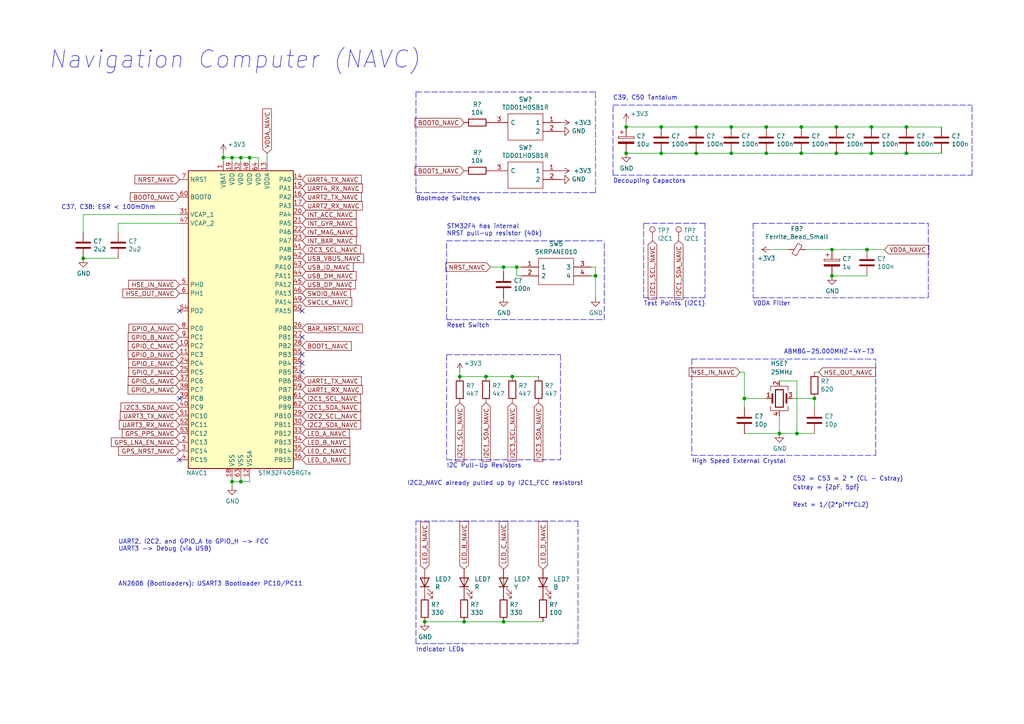
<source format=kicad_sch>
(kicad_sch (version 20231120) (generator "eeschema") (generator_version "8.0")
  (paper "A4")
  (title_block (title "Navigation Computer") (date "2019-10-27") (rev "0.1"))
  (lib_symbols
    (symbol "Connector:TestPoint" (pin_numbers hide) (pin_names (offset 0.762) hide)
      (property "Reference" "TP" (at 0 6.858 0))
      (property "Value" "TestPoint" (at 0 5.08 0))
      (symbol "TestPoint_0_1"
        (circle (center 0 3.302) (radius 0.762))
      )
      (symbol "TestPoint_1_1"
        (pin passive line (at 0 0 90) (length 2.54) (name "1") (number "1"))
      )
    )
    (symbol "Device:C" (pin_numbers hide) (pin_names (offset 0.254))
      (property "Reference" "C" (at 0.635 2.54 0))
      (property "Value" "C" (at 0.635 -2.54 0))
      (symbol "C_0_1"
        (polyline (pts (xy -2.032 -0.762) (xy 2.032 -0.762)) (stroke (width 0.508)))
        (polyline (pts (xy -2.032 0.762) (xy 2.032 0.762)) (stroke (width 0.508)))
      )
      (symbol "C_1_1"
        (pin passive line (at 0 3.81 270) (length 2.794) (name "~") (number "1"))
        (pin passive line (at 0 -3.81 90) (length 2.794) (name "~") (number "2"))
      )
    )
    (symbol "Device:Crystal_GND24" (pin_names (offset 1.016) hide)
      (property "Reference" "Y" (at 3.175 5.08 0))
      (property "Value" "Crystal_GND24" (at 3.175 3.175 0))
      (symbol "Crystal_GND24_0_1"
        (rectangle (start -1.143 2.54) (end 1.143 -2.54) (stroke (width 0.3048)))
        (polyline (pts (xy -2.54 0) (xy -2.032 0)))
        (polyline (pts (xy -2.032 -1.27) (xy -2.032 1.27)) (stroke (width 0.508)))
        (polyline (pts (xy 0 -3.81) (xy 0 -3.556)))
        (polyline (pts (xy 0 3.556) (xy 0 3.81)))
        (polyline (pts (xy 2.032 -1.27) (xy 2.032 1.27)) (stroke (width 0.508)))
        (polyline (pts (xy 2.032 0) (xy 2.54 0)))
        (polyline (pts (xy -2.54 -2.286) (xy -2.54 -3.556) (xy 2.54 -3.556) (xy 2.54 -2.286)))
        (polyline (pts (xy -2.54 2.286) (xy -2.54 3.556) (xy 2.54 3.556) (xy 2.54 2.286)))
      )
      (symbol "Crystal_GND24_1_1"
        (pin passive line (at -3.81 0 0) (length 1.27) (name "1") (number "1"))
        (pin passive line (at 0 5.08 270) (length 1.27) (name "2") (number "2"))
        (pin passive line (at 3.81 0 180) (length 1.27) (name "3") (number "3"))
        (pin passive line (at 0 -5.08 90) (length 1.27) (name "4") (number "4"))
      )
    )
    (symbol "Device:LED" (pin_numbers hide) (pin_names (offset 1.016) hide)
      (property "Reference" "D" (at 0 2.54 0))
      (property "Value" "LED" (at 0 -2.54 0))
      (symbol "LED_0_1"
        (polyline (pts (xy -1.27 -1.27) (xy -1.27 1.27)) (stroke (width 0.254)))
        (polyline (pts (xy -1.27 0) (xy 1.27 0)))
        (polyline (pts (xy 1.27 -1.27) (xy 1.27 1.27) (xy -1.27 0) (xy 1.27 -1.27)) (stroke (width 0.254)))
        (polyline (pts (xy -3.048 -0.762) (xy -4.572 -2.286) (xy -3.81 -2.286) (xy -4.572 -2.286) (xy -4.572 -1.524)))
        (polyline (pts (xy -1.778 -0.762) (xy -3.302 -2.286) (xy -2.54 -2.286) (xy -3.302 -2.286) (xy -3.302 -1.524)))
      )
      (symbol "LED_1_1"
        (pin passive line (at -3.81 0 0) (length 2.54) (name "K") (number "1"))
        (pin passive line (at 3.81 0 180) (length 2.54) (name "A") (number "2"))
      )
    )
    (symbol "Device:R" (pin_numbers hide) (pin_names (offset 0))
      (property "Reference" "R" (at 2.032 0 90))
      (property "Value" "R" (at 0 0 90))
      (symbol "R_0_1"
        (rectangle (start -1.016 -2.54) (end 1.016 2.54) (stroke (width 0.254)))
      )
      (symbol "R_1_1"
        (pin passive line (at 0 3.81 270) (length 1.27) (name "~") (number "1"))
        (pin passive line (at 0 -3.81 90) (length 1.27) (name "~") (number "2"))
      )
    )
    (symbol "Hades-rescue:+3V3-power" (power) (pin_names (offset 0))
      (property "Value" "power:+3V3" (at 0 3.556 0))
      (symbol "+3V3-power_0_1"
        (polyline (pts (xy -0.762 1.27) (xy 0 2.54)))
        (polyline (pts (xy 0 0) (xy 0 2.54)))
        (polyline (pts (xy 0 2.54) (xy 0.762 1.27)))
      )
      (symbol "+3V3-power_1_1"
        (pin power_in line (at 0 0 90) (length 0) hide (name "+3V3") (number "1"))
      )
    )
    (symbol "Hades-rescue:CP-Device" (pin_numbers hide) (pin_names (offset 0.254))
      (property "Reference" "C" (at 0.635 2.54 0))
      (property "Value" "Device:CP" (at 0.635 -2.54 0))
      (symbol "CP-Device_0_1"
        (rectangle (start -2.286 0.508) (end -2.286 1.016))
        (rectangle (start -2.286 0.508) (end 2.286 0.508))
        (polyline (pts (xy -1.778 2.286) (xy -0.762 2.286)))
        (polyline (pts (xy -1.27 2.794) (xy -1.27 1.778)))
        (rectangle (start 2.286 -0.508) (end -2.286 -1.016) (fill (type outline)))
        (rectangle (start 2.286 1.016) (end -2.286 1.016))
        (rectangle (start 2.286 1.016) (end 2.286 0.508))
      )
      (symbol "CP-Device_1_1"
        (pin passive line (at 0 3.81 270) (length 2.794) (name "~") (number "1"))
        (pin passive line (at 0 -3.81 90) (length 2.794) (name "~") (number "2"))
      )
    )
    (symbol "Hades-rescue:Ferrite_Bead_Small-Device" (pin_numbers hide) (pin_names (offset 0))
      (property "Reference" "L" (at 1.905 1.27 0))
      (property "Value" "Device:Ferrite_Bead_Small" (at 1.905 -1.27 0))
      (symbol "Ferrite_Bead_Small-Device_0_1"
        (polyline (pts (xy 0 -1.27) (xy 0 -0.7874)))
        (polyline (pts (xy 0 0.889) (xy 0 1.2954)))
        (polyline (pts (xy -1.8288 0.2794) (xy -1.1176 1.4986) (xy 1.8288 -0.2032) (xy 1.1176 -1.4224) (xy -1.8288 0.2794)))
      )
      (symbol "Ferrite_Bead_Small-Device_1_1"
        (pin passive line (at 0 2.54 270) (length 1.27) (name "~") (number "1"))
        (pin passive line (at 0 -2.54 90) (length 1.27) (name "~") (number "2"))
      )
    )
    (symbol "Hades-rescue:GND-power" (power) (pin_names (offset 0))
      (property "Value" "power:GND" (at 0 -3.81 0))
      (symbol "GND-power_0_1"
        (polyline (pts (xy 0 0) (xy 0 -1.27) (xy 1.27 -1.27) (xy 0 -2.54) (xy -1.27 -1.27) (xy 0 -1.27)))
      )
      (symbol "GND-power_1_1"
        (pin power_in line (at 0 0 270) (length 0) hide (name "GND") (number "1"))
      )
    )
    (symbol "Hades-rescue:STM32F405RGTx-MCU_ST_STM32F4"
      (property "Reference" "U" (at -15.24 44.45 0))
      (property "Value" "MCU_ST_STM32F4:STM32F405RGTx" (at 10.16 44.45 0))
      (symbol "STM32F405RGTx-MCU_ST_STM32F4_0_1"
        (rectangle (start -15.24 -43.18) (end 15.24 43.18) (stroke (width 0.254)) (fill (type background)))
      )
      (symbol "STM32F405RGTx-MCU_ST_STM32F4_1_1"
        (pin power_in line (at -5.08 45.72 270) (length 2.54) (name "VBAT") (number "1"))
        (pin bidirectional line (at -17.78 -7.62 0) (length 2.54) (name "PC2") (number "10"))
        (pin bidirectional line (at -17.78 -10.16 0) (length 2.54) (name "PC3") (number "11"))
        (pin power_in line (at 2.54 -45.72 90) (length 2.54) (name "VSSA") (number "12"))
        (pin power_in line (at 7.62 45.72 270) (length 2.54) (name "VDDA") (number "13"))
        (pin bidirectional line (at 17.78 40.64 180) (length 2.54) (name "PA0") (number "14"))
        (pin bidirectional line (at 17.78 38.1 180) (length 2.54) (name "PA1") (number "15"))
        (pin bidirectional line (at 17.78 35.56 180) (length 2.54) (name "PA2") (number "16"))
        (pin bidirectional line (at 17.78 33.02 180) (length 2.54) (name "PA3") (number "17"))
        (pin power_in line (at -2.54 -45.72 90) (length 2.54) (name "VSS") (number "18"))
        (pin power_in line (at -2.54 45.72 270) (length 2.54) (name "VDD") (number "19"))
        (pin bidirectional line (at -17.78 -35.56 0) (length 2.54) (name "PC13") (number "2"))
        (pin bidirectional line (at 17.78 30.48 180) (length 2.54) (name "PA4") (number "20"))
        (pin bidirectional line (at 17.78 27.94 180) (length 2.54) (name "PA5") (number "21"))
        (pin bidirectional line (at 17.78 25.4 180) (length 2.54) (name "PA6") (number "22"))
        (pin bidirectional line (at 17.78 22.86 180) (length 2.54) (name "PA7") (number "23"))
        (pin bidirectional line (at -17.78 -12.7 0) (length 2.54) (name "PC4") (number "24"))
        (pin bidirectional line (at -17.78 -15.24 0) (length 2.54) (name "PC5") (number "25"))
        (pin bidirectional line (at 17.78 -2.54 180) (length 2.54) (name "PB0") (number "26"))
        (pin bidirectional line (at 17.78 -5.08 180) (length 2.54) (name "PB1") (number "27"))
        (pin bidirectional line (at 17.78 -7.62 180) (length 2.54) (name "PB2") (number "28"))
        (pin bidirectional line (at 17.78 -27.94 180) (length 2.54) (name "PB10") (number "29"))
        (pin bidirectional line (at -17.78 -38.1 0) (length 2.54) (name "PC14") (number "3"))
        (pin bidirectional line (at 17.78 -30.48 180) (length 2.54) (name "PB11") (number "30"))
        (pin power_in line (at -17.78 30.48 0) (length 2.54) (name "VCAP_1") (number "31"))
        (pin power_in line (at 0 45.72 270) (length 2.54) (name "VDD") (number "32"))
        (pin bidirectional line (at 17.78 -33.02 180) (length 2.54) (name "PB12") (number "33"))
        (pin bidirectional line (at 17.78 -35.56 180) (length 2.54) (name "PB13") (number "34"))
        (pin bidirectional line (at 17.78 -38.1 180) (length 2.54) (name "PB14") (number "35"))
        (pin bidirectional line (at 17.78 -40.64 180) (length 2.54) (name "PB15") (number "36"))
        (pin bidirectional line (at -17.78 -17.78 0) (length 2.54) (name "PC6") (number "37"))
        (pin bidirectional line (at -17.78 -20.32 0) (length 2.54) (name "PC7") (number "38"))
        (pin bidirectional line (at -17.78 -22.86 0) (length 2.54) (name "PC8") (number "39"))
        (pin bidirectional line (at -17.78 -40.64 0) (length 2.54) (name "PC15") (number "4"))
        (pin bidirectional line (at -17.78 -25.4 0) (length 2.54) (name "PC9") (number "40"))
        (pin bidirectional line (at 17.78 20.32 180) (length 2.54) (name "PA8") (number "41"))
        (pin bidirectional line (at 17.78 17.78 180) (length 2.54) (name "PA9") (number "42"))
        (pin bidirectional line (at 17.78 15.24 180) (length 2.54) (name "PA10") (number "43"))
        (pin bidirectional line (at 17.78 12.7 180) (length 2.54) (name "PA11") (number "44"))
        (pin bidirectional line (at 17.78 10.16 180) (length 2.54) (name "PA12") (number "45"))
        (pin bidirectional line (at 17.78 7.62 180) (length 2.54) (name "PA13") (number "46"))
        (pin power_in line (at -17.78 27.94 0) (length 2.54) (name "VCAP_2") (number "47"))
        (pin power_in line (at 2.54 45.72 270) (length 2.54) (name "VDD") (number "48"))
        (pin bidirectional line (at 17.78 5.08 180) (length 2.54) (name "PA14") (number "49"))
        (pin input line (at -17.78 10.16 0) (length 2.54) (name "PH0") (number "5"))
        (pin bidirectional line (at 17.78 2.54 180) (length 2.54) (name "PA15") (number "50"))
        (pin bidirectional line (at -17.78 -27.94 0) (length 2.54) (name "PC10") (number "51"))
        (pin bidirectional line (at -17.78 -30.48 0) (length 2.54) (name "PC11") (number "52"))
        (pin bidirectional line (at -17.78 -33.02 0) (length 2.54) (name "PC12") (number "53"))
        (pin bidirectional line (at -17.78 2.54 0) (length 2.54) (name "PD2") (number "54"))
        (pin bidirectional line (at 17.78 -10.16 180) (length 2.54) (name "PB3") (number "55"))
        (pin bidirectional line (at 17.78 -12.7 180) (length 2.54) (name "PB4") (number "56"))
        (pin bidirectional line (at 17.78 -15.24 180) (length 2.54) (name "PB5") (number "57"))
        (pin bidirectional line (at 17.78 -17.78 180) (length 2.54) (name "PB6") (number "58"))
        (pin bidirectional line (at 17.78 -20.32 180) (length 2.54) (name "PB7") (number "59"))
        (pin input line (at -17.78 7.62 0) (length 2.54) (name "PH1") (number "6"))
        (pin input line (at -17.78 35.56 0) (length 2.54) (name "BOOT0") (number "60"))
        (pin bidirectional line (at 17.78 -22.86 180) (length 2.54) (name "PB8") (number "61"))
        (pin bidirectional line (at 17.78 -25.4 180) (length 2.54) (name "PB9") (number "62"))
        (pin power_in line (at 0 -45.72 90) (length 2.54) (name "VSS") (number "63"))
        (pin power_in line (at 5.08 45.72 270) (length 2.54) (name "VDD") (number "64"))
        (pin input line (at -17.78 40.64 0) (length 2.54) (name "NRST") (number "7"))
        (pin bidirectional line (at -17.78 -2.54 0) (length 2.54) (name "PC0") (number "8"))
        (pin bidirectional line (at -17.78 -5.08 0) (length 2.54) (name "PC1") (number "9"))
      )
    )
    (symbol "SKRPANE010:SKRPANE010" (pin_names (offset 0.762))
      (property "Reference" "S" (at 16.51 7.62 0))
      (property "Value" "SKRPANE010" (at 16.51 5.08 0))
      (symbol "SKRPANE010_0_0"
        (pin unspecified line (at 0 0 0) (length 5.08) (name "1") (number "1"))
        (pin unspecified line (at 0 -2.54 0) (length 5.08) (name "2") (number "2"))
        (pin unspecified line (at 20.32 0 180) (length 5.08) (name "3") (number "3"))
        (pin unspecified line (at 20.32 -2.54 180) (length 5.08) (name "4") (number "4"))
      )
      (symbol "SKRPANE010_0_1"
        (polyline (pts (xy 5.08 2.54) (xy 15.24 2.54) (xy 15.24 -5.08) (xy 5.08 -5.08) (xy 5.08 2.54)) (stroke (width 0.1524)))
      )
    )
    (symbol "TDD01H0SB1R:TDD01H0SB1R" (pin_names (offset 0.762))
      (property "Reference" "S" (at 16.51 7.62 0))
      (property "Value" "TDD01H0SB1R" (at 16.51 5.08 0))
      (symbol "TDD01H0SB1R_0_0"
        (pin unspecified line (at 0 0 0) (length 5.08) (name "1") (number "1"))
        (pin unspecified line (at 0 -2.54 0) (length 5.08) (name "2") (number "2"))
        (pin unspecified line (at 20.32 0 180) (length 5.08) (name "C") (number "3"))
      )
      (symbol "TDD01H0SB1R_0_1"
        (polyline (pts (xy 5.08 2.54) (xy 15.24 2.54) (xy 15.24 -5.08) (xy 5.08 -5.08) (xy 5.08 2.54)) (stroke (width 0.1524)))
      )
    )
  )
  (junction (at 140.97 109.22))
  (junction (at 252.73 44.45))
  (junction (at 232.41 44.45))
  (junction (at 241.3 72.39))
  (junction (at 236.22 115.57))
  (junction (at 181.61 44.45))
  (junction (at 222.25 44.45))
  (junction (at 64.77 45.72))
  (junction (at 191.77 44.45))
  (junction (at 67.31 45.72))
  (junction (at 123.19 180.34))
  (junction (at 146.05 77.47))
  (junction (at 148.59 109.22))
  (junction (at 212.09 36.83))
  (junction (at 242.57 44.45))
  (junction (at 172.72 80.01))
  (junction (at 146.05 180.34))
  (junction (at 69.85 45.72))
  (junction (at 232.41 36.83))
  (junction (at 134.62 180.34))
  (junction (at 231.14 125.73))
  (junction (at 262.89 44.45))
  (junction (at 201.93 36.83))
  (junction (at 181.61 36.83))
  (junction (at 212.09 44.45))
  (junction (at 149.86 77.47))
  (junction (at 67.31 139.7))
  (junction (at 72.39 45.72))
  (junction (at 222.25 36.83))
  (junction (at 262.89 36.83))
  (junction (at 241.3 80.01))
  (junction (at 69.85 139.7))
  (junction (at 215.9 115.57))
  (junction (at 226.06 125.73))
  (junction (at 251.46 72.39))
  (junction (at 252.73 36.83))
  (junction (at 24.13 74.93))
  (junction (at 191.77 36.83))
  (junction (at 242.57 36.83))
  (junction (at 133.35 109.22))
  (junction (at 201.93 44.45))
  (no_connect (at 52.07 115.57))
  (no_connect (at 87.63 97.79))
  (no_connect (at 52.07 90.17))
  (no_connect (at 87.63 102.87))
  (no_connect (at 87.63 90.17))
  (no_connect (at 87.63 105.41))
  (no_connect (at 52.07 133.35))
  (no_connect (at 87.63 107.95))
  (wire (pts (xy 222.25 44.45) (xy 212.09 44.45)))
  (wire (pts (xy 231.14 125.73) (xy 226.06 125.73)))
  (polyline (pts (xy 120.65 26.67) (xy 172.72 26.67)) (stroke (width 0) (type dash)))
  (wire (pts (xy 123.19 180.34) (xy 134.62 180.34)))
  (polyline (pts (xy 218.44 64.77) (xy 218.44 86.36)) (stroke (width 0) (type dash)))
  (polyline (pts (xy 129.54 102.87) (xy 129.54 133.35)) (stroke (width 0) (type dash)))
  (wire (pts (xy 236.22 118.11) (xy 236.22 115.57)))
  (wire (pts (xy 215.9 115.57) (xy 222.25 115.57)))
  (polyline (pts (xy 218.44 64.77) (xy 269.24 64.77)) (stroke (width 0) (type dash)))
  (polyline (pts (xy 120.65 26.67) (xy 120.65 55.88)) (stroke (width 0) (type dash)))
  (wire (pts (xy 256.54 72.39) (xy 251.46 72.39)))
  (wire (pts (xy 151.13 80.01) (xy 149.86 80.01)))
  (polyline (pts (xy 172.72 55.88) (xy 172.72 26.67)) (stroke (width 0) (type dash)))
  (polyline (pts (xy 167.64 186.69) (xy 120.65 186.69)) (stroke (width 0) (type dash)))
  (wire (pts (xy 72.39 138.43) (xy 72.39 139.7)))
  (wire (pts (xy 191.77 36.83) (xy 201.93 36.83)))
  (polyline (pts (xy 175.26 92.71) (xy 175.26 69.85)) (stroke (width 0) (type dash)))
  (wire (pts (xy 69.85 45.72) (xy 67.31 45.72)))
  (wire (pts (xy 223.52 72.39) (xy 228.6 72.39)))
  (wire (pts (xy 149.86 80.01) (xy 149.86 77.47)))
  (polyline (pts (xy 120.65 151.13) (xy 167.64 151.13)) (stroke (width 0) (type dash)))
  (wire (pts (xy 233.68 72.39) (xy 241.3 72.39)))
  (wire (pts (xy 171.45 77.47) (xy 172.72 77.47)))
  (polyline (pts (xy 186.69 86.36) (xy 204.47 86.36)) (stroke (width 0) (type dash)))
  (wire (pts (xy 64.77 45.72) (xy 67.31 45.72)))
  (polyline (pts (xy 204.47 64.77) (xy 186.69 64.77)) (stroke (width 0) (type dash)))
  (wire (pts (xy 72.39 46.99) (xy 72.39 45.72)))
  (polyline (pts (xy 254 132.08) (xy 254 104.14)) (stroke (width 0) (type dash)))
  (wire (pts (xy 181.61 36.83) (xy 191.77 36.83)))
  (wire (pts (xy 201.93 36.83) (xy 212.09 36.83)))
  (wire (pts (xy 64.77 44.45) (xy 64.77 45.72)))
  (polyline (pts (xy 120.65 55.88) (xy 172.72 55.88)) (stroke (width 0) (type dash)))
  (wire (pts (xy 201.93 44.45) (xy 191.77 44.45)))
  (polyline (pts (xy 177.8 30.48) (xy 281.94 30.48)) (stroke (width 0) (type dash)))
  (wire (pts (xy 226.06 120.65) (xy 226.06 125.73)))
  (wire (pts (xy 140.97 109.22) (xy 133.35 109.22)))
  (wire (pts (xy 232.41 44.45) (xy 222.25 44.45)))
  (wire (pts (xy 148.59 109.22) (xy 140.97 109.22)))
  (polyline (pts (xy 120.65 186.69) (xy 120.65 151.13)) (stroke (width 0) (type dash)))
  (wire (pts (xy 251.46 80.01) (xy 241.3 80.01)))
  (wire (pts (xy 24.13 62.23) (xy 24.13 67.31)))
  (wire (pts (xy 242.57 36.83) (xy 232.41 36.83)))
  (wire (pts (xy 34.29 64.77) (xy 52.07 64.77)))
  (polyline (pts (xy 129.54 69.85) (xy 175.26 69.85)) (stroke (width 0) (type dash)))
  (wire (pts (xy 212.09 44.45) (xy 201.93 44.45)))
  (wire (pts (xy 262.89 44.45) (xy 252.73 44.45)))
  (polyline (pts (xy 177.8 50.8) (xy 177.8 30.48)) (stroke (width 0) (type dash)))
  (wire (pts (xy 69.85 138.43) (xy 69.85 139.7)))
  (wire (pts (xy 149.86 77.47) (xy 151.13 77.47)))
  (wire (pts (xy 67.31 139.7) (xy 67.31 138.43)))
  (wire (pts (xy 142.24 77.47) (xy 146.05 77.47)))
  (wire (pts (xy 215.9 107.95) (xy 215.9 115.57)))
  (wire (pts (xy 77.47 44.45) (xy 77.47 46.99)))
  (wire (pts (xy 69.85 46.99) (xy 69.85 45.72)))
  (wire (pts (xy 273.05 36.83) (xy 262.89 36.83)))
  (polyline (pts (xy 167.64 151.13) (xy 167.64 186.69)) (stroke (width 0) (type dash)))
  (polyline (pts (xy 129.54 92.71) (xy 175.26 92.71)) (stroke (width 0) (type dash)))
  (wire (pts (xy 34.29 64.77) (xy 34.29 67.31)))
  (wire (pts (xy 251.46 72.39) (xy 241.3 72.39)))
  (wire (pts (xy 273.05 44.45) (xy 262.89 44.45)))
  (polyline (pts (xy 129.54 102.87) (xy 162.56 102.87)) (stroke (width 0) (type dash)))
  (wire (pts (xy 171.45 80.01) (xy 172.72 80.01)))
  (wire (pts (xy 236.22 125.73) (xy 231.14 125.73)))
  (wire (pts (xy 146.05 78.74) (xy 146.05 77.47)))
  (wire (pts (xy 34.29 74.93) (xy 24.13 74.93)))
  (wire (pts (xy 252.73 36.83) (xy 242.57 36.83)))
  (wire (pts (xy 134.62 180.34) (xy 146.05 180.34)))
  (wire (pts (xy 74.93 46.99) (xy 74.93 45.72)))
  (wire (pts (xy 156.21 109.22) (xy 148.59 109.22)))
  (polyline (pts (xy 177.8 50.8) (xy 281.94 50.8)) (stroke (width 0) (type dash)))
  (polyline (pts (xy 200.66 104.14) (xy 200.66 132.08)) (stroke (width 0) (type dash)))
  (wire (pts (xy 181.61 35.56) (xy 181.61 36.83)))
  (wire (pts (xy 262.89 36.83) (xy 252.73 36.83)))
  (wire (pts (xy 191.77 44.45) (xy 181.61 44.45)))
  (wire (pts (xy 237.49 107.95) (xy 236.22 107.95)))
  (polyline (pts (xy 218.44 86.36) (xy 269.24 86.36)) (stroke (width 0) (type dash)))
  (wire (pts (xy 74.93 45.72) (xy 72.39 45.72)))
  (wire (pts (xy 236.22 115.57) (xy 229.87 115.57)))
  (wire (pts (xy 226.06 110.49) (xy 231.14 110.49)))
  (wire (pts (xy 72.39 139.7) (xy 69.85 139.7)))
  (wire (pts (xy 67.31 45.72) (xy 67.31 46.99)))
  (polyline (pts (xy 186.69 64.77) (xy 186.69 86.36)) (stroke (width 0) (type dash)))
  (wire (pts (xy 64.77 45.72) (xy 64.77 46.99)))
  (polyline (pts (xy 129.54 133.35) (xy 162.56 133.35)) (stroke (width 0) (type dash)))
  (wire (pts (xy 172.72 80.01) (xy 172.72 86.36)))
  (polyline (pts (xy 204.47 64.77) (xy 204.47 86.36)) (stroke (width 0) (type dash)))
  (wire (pts (xy 69.85 139.7) (xy 67.31 139.7)))
  (polyline (pts (xy 162.56 102.87) (xy 162.56 133.35)) (stroke (width 0) (type dash)))
  (polyline (pts (xy 269.24 86.36) (xy 269.24 64.77)) (stroke (width 0) (type dash)))
  (wire (pts (xy 231.14 110.49) (xy 231.14 125.73)))
  (polyline (pts (xy 200.66 104.14) (xy 254 104.14)) (stroke (width 0) (type dash)))
  (wire (pts (xy 242.57 44.45) (xy 232.41 44.45)))
  (wire (pts (xy 222.25 36.83) (xy 232.41 36.83)))
  (wire (pts (xy 215.9 118.11) (xy 215.9 115.57)))
  (wire (pts (xy 72.39 45.72) (xy 69.85 45.72)))
  (polyline (pts (xy 200.66 132.08) (xy 254 132.08)) (stroke (width 0) (type dash)))
  (wire (pts (xy 133.35 107.95) (xy 133.35 109.22)))
  (wire (pts (xy 212.09 36.83) (xy 222.25 36.83)))
  (polyline (pts (xy 129.54 92.71) (xy 129.54 69.85)) (stroke (width 0) (type dash)))
  (wire (pts (xy 252.73 44.45) (xy 242.57 44.45)))
  (wire (pts (xy 146.05 180.34) (xy 157.48 180.34)))
  (wire (pts (xy 24.13 62.23) (xy 52.07 62.23)))
  (wire (pts (xy 215.9 107.95) (xy 214.63 107.95)))
  (polyline (pts (xy 281.94 50.8) (xy 281.94 30.48)) (stroke (width 0) (type dash)))
  (wire (pts (xy 67.31 140.97) (xy 67.31 139.7)))
  (wire (pts (xy 215.9 125.73) (xy 226.06 125.73)))
  (wire (pts (xy 172.72 77.47) (xy 172.72 80.01)))
  (wire (pts (xy 146.05 77.47) (xy 149.86 77.47)))
  (text "C39, C50 Tantalum" (at 177.8 29.21 0) (effects (font (size 1.27 1.27)) (justify left bottom)))
  (text "Decoupling Capactors" (at 177.8 53.34 0) (effects (font (size 1.27 1.27)) (justify left bottom)))
  (text "I2C2_NAVC already pulled up by I2C1_FCC resistors!" (at 118.11 140.97 0) (effects (font (size 1.27 1.27)) (justify left bottom)))
  (text "Bootmode Switches" (at 120.65 58.42 0) (effects (font (size 1.27 1.27)) (justify left bottom)))
  (text "Reset Switch" (at 129.54 95.25 0) (effects (font (size 1.27 1.27)) (justify left bottom)))
  (text "Test Points (I2C1)" (at 186.69 88.9 0) (effects (font (size 1.27 1.27)) (justify left bottom)))
  (text "VDDA Filter" (at 218.44 88.9 0) (effects (font (size 1.27 1.27)) (justify left bottom)))
  (text "I2C Pull-Up Resistors" (at 129.54 135.89 0) (effects (font (size 1.27 1.27)) (justify left bottom)))
  (text "AN2606 (Bootloaders): USART3 Bootloader PC10/PC11" (at 34.29 170.18 0) (effects (font (size 1.27 1.27)) (justify left bottom)))
  (text "C37, C38: ESR < 100mOhm" (at 17.78 60.96 0) (effects (font (size 1.27 1.27)) (justify left bottom)))
  (text "Cstray = {2pF, 5pf}" (at 229.87 142.24 0) (effects (font (size 1.27 1.27)) (justify left bottom)))
  (text "UART2, I2C2, and GPIO_A to GPIO_H -> FCC\nUART3 -> Debug (via USB)\n" (at 34.29 160.02 0) (effects (font (size 1.27 1.27)) (justify left bottom)))
  (text "ABM8G-25.000MHZ-4Y-T3" (at 227.33 102.87 0) (effects (font (size 1.27 1.27)) (justify left bottom)))
  (text "High Speed External Crystal" (at 200.66 134.62 0) (effects (font (size 1.27 1.27)) (justify left bottom)))
  (text "Navigation Computer (NAVC)" (at 13.97 20.32 0) (effects (font (size 5.0038 5.0038) (italic yes)) (justify left bottom)))
  (text "Rext = 1/(2*pi*f*CL2)" (at 229.87 147.32 0) (effects (font (size 1.27 1.27)) (justify left bottom)))
  (text "C52 = C53 = 2 * (CL - Cstray)" (at 229.87 139.7 0) (effects (font (size 1.27 1.27)) (justify left bottom)))
  (text "Indicator LEDs" (at 120.65 189.23 0) (effects (font (size 1.27 1.27)) (justify left bottom)))
  (text "STM32F4 has internal\nNRST pull-up resistor (40k)" (at 129.54 68.58 0) (effects (font (size 1.27 1.27)) (justify left bottom)))
  (global_label "LED_B_NAVC" (shape input) (at 87.63 128.27 0) (property "Intersheetrefs" "${INTERSHEET_REFS}" (effects (hide yes))))
  (global_label "VDDA_NAVC" (shape input) (at 256.54 72.39 0) (property "Intersheetrefs" "${INTERSHEET_REFS}" (effects (hide yes))))
  (global_label "UART2_RX_NAVC" (shape input) (at 87.63 59.69 0) (property "Intersheetrefs" "${INTERSHEET_REFS}" (effects (hide yes))))
  (global_label "UART3_TX_NAVC" (shape input) (at 52.07 120.65 180) (property "Intersheetrefs" "${INTERSHEET_REFS}" (effects (hide yes))))
  (global_label "GPS_LNA_EN_NAVC" (shape input) (at 52.07 128.27 180) (property "Intersheetrefs" "${INTERSHEET_REFS}" (effects (hide yes))))
  (global_label "GPIO_D_NAVC" (shape input) (at 52.07 102.87 180) (property "Intersheetrefs" "${INTERSHEET_REFS}" (effects (hide yes))))
  (global_label "GPIO_H_NAVC" (shape input) (at 52.07 113.03 180) (property "Intersheetrefs" "${INTERSHEET_REFS}" (effects (hide yes))))
  (global_label "UART2_TX_NAVC" (shape input) (at 87.63 57.15 0) (property "Intersheetrefs" "${INTERSHEET_REFS}" (effects (hide yes))))
  (global_label "LED_C_NAVC" (shape input) (at 87.63 130.81 0) (property "Intersheetrefs" "${INTERSHEET_REFS}" (effects (hide yes))))
  (global_label "I2C1_SCL_NAVC" (shape input) (at 87.63 115.57 0) (property "Intersheetrefs" "${INTERSHEET_REFS}" (effects (hide yes))))
  (global_label "BAR_NRST_NAVC" (shape input) (at 87.63 95.25 0) (property "Intersheetrefs" "${INTERSHEET_REFS}" (effects (hide yes))))
  (global_label "UART3_RX_NAVC" (shape input) (at 52.07 123.19 180) (property "Intersheetrefs" "${INTERSHEET_REFS}" (effects (hide yes))))
  (global_label "SWDIO_NAVC" (shape input) (at 87.63 85.09 0) (property "Intersheetrefs" "${INTERSHEET_REFS}" (effects (hide yes))))
  (global_label "I2C3_SCL_NAVC" (shape input) (at 87.63 72.39 0) (property "Intersheetrefs" "${INTERSHEET_REFS}" (effects (hide yes))))
  (global_label "GPIO_F_NAVC" (shape input) (at 52.07 107.95 180) (property "Intersheetrefs" "${INTERSHEET_REFS}" (effects (hide yes))))
  (global_label "LED_C_NAVC" (shape input) (at 146.05 165.1 90) (property "Intersheetrefs" "${INTERSHEET_REFS}" (effects (hide yes))))
  (global_label "UART4_TX_NAVC" (shape input) (at 87.63 52.07 0) (property "Intersheetrefs" "${INTERSHEET_REFS}" (effects (hide yes))))
  (global_label "VDDA_NAVC" (shape input) (at 77.47 44.45 90) (property "Intersheetrefs" "${INTERSHEET_REFS}" (effects (hide yes))))
  (global_label "INT_BAR_NAVC" (shape input) (at 87.63 69.85 0) (property "Intersheetrefs" "${INTERSHEET_REFS}" (effects (hide yes))))
  (global_label "BOOT1_NAVC" (shape input) (at 87.63 100.33 0) (property "Intersheetrefs" "${INTERSHEET_REFS}" (effects (hide yes))))
  (global_label "NRST_NAVC" (shape input) (at 142.24 77.47 180) (property "Intersheetrefs" "${INTERSHEET_REFS}" (effects (hide yes))))
  (global_label "I2C3_SDA_NAVC" (shape input) (at 52.07 118.11 180) (property "Intersheetrefs" "${INTERSHEET_REFS}" (effects (hide yes))))
  (global_label "I2C3_SCL_NAVC" (shape input) (at 148.59 116.84 270) (property "Intersheetrefs" "${INTERSHEET_REFS}" (effects (hide yes))))
  (global_label "I2C3_SDA_NAVC" (shape input) (at 156.21 116.84 270) (property "Intersheetrefs" "${INTERSHEET_REFS}" (effects (hide yes))))
  (global_label "UART1_TX_NAVC" (shape input) (at 87.63 110.49 0) (property "Intersheetrefs" "${INTERSHEET_REFS}" (effects (hide yes))))
  (global_label "I2C1_SDA_NAVC" (shape input) (at 140.97 116.84 270) (property "Intersheetrefs" "${INTERSHEET_REFS}" (effects (hide yes))))
  (global_label "SWCLK_NAVC" (shape input) (at 87.63 87.63 0) (property "Intersheetrefs" "${INTERSHEET_REFS}" (effects (hide yes))))
  (global_label "GPS_PPS_NAVC" (shape input) (at 52.07 125.73 180) (property "Intersheetrefs" "${INTERSHEET_REFS}" (effects (hide yes))))
  (global_label "BOOT0_NAVC" (shape input) (at 52.07 57.15 180) (property "Intersheetrefs" "${INTERSHEET_REFS}" (effects (hide yes))))
  (global_label "GPIO_G_NAVC" (shape input) (at 52.07 110.49 180) (property "Intersheetrefs" "${INTERSHEET_REFS}" (effects (hide yes))))
  (global_label "INT_ACC_NAVC" (shape input) (at 87.63 62.23 0) (property "Intersheetrefs" "${INTERSHEET_REFS}" (effects (hide yes))))
  (global_label "GPIO_E_NAVC" (shape input) (at 52.07 105.41 180) (property "Intersheetrefs" "${INTERSHEET_REFS}" (effects (hide yes))))
  (global_label "USB_DP_NAVC" (shape input) (at 87.63 82.55 0) (property "Intersheetrefs" "${INTERSHEET_REFS}" (effects (hide yes))))
  (global_label "I2C1_SDA_NAVC" (shape input) (at 196.85 69.85 270) (property "Intersheetrefs" "${INTERSHEET_REFS}" (effects (hide yes))))
  (global_label "LED_D_NAVC" (shape input) (at 157.48 165.1 90) (property "Intersheetrefs" "${INTERSHEET_REFS}" (effects (hide yes))))
  (global_label "UART1_RX_NAVC" (shape input) (at 87.63 113.03 0) (property "Intersheetrefs" "${INTERSHEET_REFS}" (effects (hide yes))))
  (global_label "GPIO_B_NAVC" (shape input) (at 52.07 97.79 180) (property "Intersheetrefs" "${INTERSHEET_REFS}" (effects (hide yes))))
  (global_label "HSE_OUT_NAVC" (shape input) (at 237.49 107.95 0) (property "Intersheetrefs" "${INTERSHEET_REFS}" (effects (hide yes))))
  (global_label "I2C2_SCL_NAVC" (shape input) (at 87.63 120.65 0) (property "Intersheetrefs" "${INTERSHEET_REFS}" (effects (hide yes))))
  (global_label "HSE_IN_NAVC" (shape input) (at 214.63 107.95 180) (property "Intersheetrefs" "${INTERSHEET_REFS}" (effects (hide yes))))
  (global_label "USB_VBUS_NAVC" (shape input) (at 87.63 74.93 0) (property "Intersheetrefs" "${INTERSHEET_REFS}" (effects (hide yes))))
  (global_label "I2C1_SCL_NAVC" (shape input) (at 133.35 116.84 270) (property "Intersheetrefs" "${INTERSHEET_REFS}" (effects (hide yes))))
  (global_label "GPS_NRST_NAVC" (shape input) (at 52.07 130.81 180) (property "Intersheetrefs" "${INTERSHEET_REFS}" (effects (hide yes))))
  (global_label "LED_B_NAVC" (shape input) (at 134.62 165.1 90) (property "Intersheetrefs" "${INTERSHEET_REFS}" (effects (hide yes))))
  (global_label "GPIO_C_NAVC" (shape input) (at 52.07 100.33 180) (property "Intersheetrefs" "${INTERSHEET_REFS}" (effects (hide yes))))
  (global_label "BOOT0_NAVC" (shape input) (at 134.62 35.56 180) (property "Intersheetrefs" "${INTERSHEET_REFS}" (effects (hide yes))))
  (global_label "LED_A_NAVC" (shape input) (at 87.63 125.73 0) (property "Intersheetrefs" "${INTERSHEET_REFS}" (effects (hide yes))))
  (global_label "UART4_RX_NAVC" (shape input) (at 87.63 54.61 0) (property "Intersheetrefs" "${INTERSHEET_REFS}" (effects (hide yes))))
  (global_label "I2C2_SDA_NAVC" (shape input) (at 87.63 123.19 0) (property "Intersheetrefs" "${INTERSHEET_REFS}" (effects (hide yes))))
  (global_label "HSE_OUT_NAVC" (shape input) (at 52.07 85.09 180) (property "Intersheetrefs" "${INTERSHEET_REFS}" (effects (hide yes))))
  (global_label "I2C1_SDA_NAVC" (shape input) (at 87.63 118.11 0) (property "Intersheetrefs" "${INTERSHEET_REFS}" (effects (hide yes))))
  (global_label "INT_MAG_NAVC" (shape input) (at 87.63 67.31 0) (property "Intersheetrefs" "${INTERSHEET_REFS}" (effects (hide yes))))
  (global_label "LED_D_NAVC" (shape input) (at 87.63 133.35 0) (property "Intersheetrefs" "${INTERSHEET_REFS}" (effects (hide yes))))
  (global_label "LED_A_NAVC" (shape input) (at 123.19 165.1 90) (property "Intersheetrefs" "${INTERSHEET_REFS}" (effects (hide yes))))
  (global_label "USB_DM_NAVC" (shape input) (at 87.63 80.01 0) (property "Intersheetrefs" "${INTERSHEET_REFS}" (effects (hide yes))))
  (global_label "NRST_NAVC" (shape input) (at 52.07 52.07 180) (property "Intersheetrefs" "${INTERSHEET_REFS}" (effects (hide yes))))
  (global_label "I2C1_SCL_NAVC" (shape input) (at 189.23 69.85 270) (property "Intersheetrefs" "${INTERSHEET_REFS}" (effects (hide yes))))
  (global_label "INT_GYR_NAVC" (shape input) (at 87.63 64.77 0) (property "Intersheetrefs" "${INTERSHEET_REFS}" (effects (hide yes))))
  (global_label "BOOT1_NAVC" (shape input) (at 134.62 49.53 180) (property "Intersheetrefs" "${INTERSHEET_REFS}" (effects (hide yes))))
  (global_label "USB_ID_NAVC" (shape input) (at 87.63 77.47 0) (property "Intersheetrefs" "${INTERSHEET_REFS}" (effects (hide yes))))
  (global_label "HSE_IN_NAVC" (shape input) (at 52.07 82.55 180) (property "Intersheetrefs" "${INTERSHEET_REFS}" (effects (hide yes))))
  (global_label "GPIO_A_NAVC" (shape input) (at 52.07 95.25 180) (property "Intersheetrefs" "${INTERSHEET_REFS}" (effects (hide yes))))
  (symbol (lib_id "Device:C") (at 242.57 40.64 0) (unit 1)
    (property "Reference" "C45" (at 245.491 39.4716 0) (effects (justify left)))
    (property "Value" "100n" (at 245.491 41.783 0) (effects (justify left)))
    (property "Footprint" "Capacitor_SMD:C_0402_1005Metric" (effects (hide yes)))
    (instances (project "" (path "" (reference "C?") (unit 1)) (path "" (reference "C45") (unit 1))))
  )
  (symbol (lib_id "Device:C") (at 252.73 40.64 0) (unit 1)
    (property "Reference" "C46" (at 255.651 39.4716 0) (effects (justify left)))
    (property "Value" "100n" (at 255.651 41.783 0) (effects (justify left)))
    (property "Footprint" "Capacitor_SMD:C_0402_1005Metric" (effects (hide yes)))
    (instances (project "" (path "" (reference "C?") (unit 1)) (path "" (reference "C46") (unit 1))))
  )
  (symbol (lib_id "Device:C") (at 262.89 40.64 0) (unit 1)
    (property "Reference" "C47" (at 265.811 39.4716 0) (effects (justify left)))
    (property "Value" "100n" (at 265.811 41.783 0) (effects (justify left)))
    (property "Footprint" "Capacitor_SMD:C_0402_1005Metric" (effects (hide yes)))
    (instances (project "" (path "" (reference "C?") (unit 1)) (path "" (reference "C47") (unit 1))))
  )
  (symbol (lib_id "Device:C") (at 273.05 40.64 0) (unit 1)
    (property "Reference" "C48" (at 275.971 39.4716 0) (effects (justify left)))
    (property "Value" "100n" (at 275.971 41.783 0) (effects (justify left)))
    (property "Footprint" "Capacitor_SMD:C_0402_1005Metric" (effects (hide yes)))
    (instances (project "" (path "" (reference "C?") (unit 1)) (path "" (reference "C48") (unit 1))))
  )
  (symbol (lib_id "Hades-rescue:+3V3-power") (at 64.77 44.45 0) (unit 1)
    (property "Reference" "#PWR042" (effects (hide yes)))
    (property "Value" "+3V3" (at 68.58 41.91 0))
    (instances (project "" (path "" (reference "#PWR?") (unit 1)) (path "" (reference "#PWR042") (unit 1))))
  )
  (symbol (lib_id "Hades-rescue:+3V3-power") (at 181.61 35.56 0) (unit 1)
    (property "Reference" "#PWR054" (effects (hide yes)))
    (property "Value" "+3V3" (at 185.42 33.02 0))
    (instances (project "" (path "" (reference "#PWR?") (unit 1)) (path "" (reference "#PWR054") (unit 1))))
  )
  (symbol (lib_id "Hades-rescue:+3V3-power") (at 223.52 72.39 90) (unit 1)
    (property "Reference" "#PWR055" (effects (hide yes)))
    (property "Value" "+3V3" (at 222.25 74.93 90))
    (instances (project "" (path "" (reference "#PWR?") (unit 1)) (path "" (reference "#PWR055") (unit 1))))
  )
  (symbol (lib_id "Hades-rescue:+3V3-power") (at 133.35 107.95 0) (unit 1)
    (property "Reference" "#PWR044" (effects (hide yes)))
    (property "Value" "+3V3" (at 137.16 105.41 0))
    (instances (project "" (path "" (reference "#PWR?") (unit 1)) (path "" (reference "#PWR044") (unit 1))))
  )
  (symbol (lib_id "Hades-rescue:+3V3-power") (at 162.56 35.56 270) (unit 1)
    (property "Reference" "#PWR050" (effects (hide yes)))
    (property "Value" "+3V3" (at 168.91 35.56 90))
    (instances (project "" (path "" (reference "#PWR?") (unit 1)) (path "" (reference "#PWR050") (unit 1))))
  )
  (symbol (lib_id "Hades-rescue:+3V3-power") (at 162.56 49.53 270) (unit 1)
    (property "Reference" "#PWR051" (effects (hide yes)))
    (property "Value" "+3V3" (at 168.91 49.53 90))
    (instances (project "" (path "" (reference "#PWR?") (unit 1)) (path "" (reference "#PWR051") (unit 1))))
  )
  (symbol (lib_id "SKRPANE010:SKRPANE010") (at 151.13 77.47 0) (unit 1)
    (property "Reference" "SW5" (at 161.29 70.739 0))
    (property "Value" "SKRPANE010" (at 161.29 73.0504 0))
    (property "Footprint" "SKRPANE010:SKRPADE010" (effects (hide yes)))
    (property "Datasheet" "https://www.alps.com/prod/info/E/HTML/Tact/SurfaceMount/SKRP/SKRPANE010.html" (effects (hide yes)))
    (property "Description" "Tactile Switches 500mOhm 1.57N 16VDC 4.2X3.2X2.5MM 50mA" (effects (hide yes)))
    (property "Height" "2" (effects (hide yes)))
    (property "Manufacturer_Name" "ALPS" (effects (hide yes)))
    (property "Manufacturer_Part_Number" "SKRPANE010" (effects (hide yes)))
    (property "Mouser Part Number" "688-SKRPANE010" (effects (hide yes)))
    (property "Mouser Price/Stock" "https://www.mouser.com/Search/Refine.aspx?Keyword=688-SKRPANE010" (effects (hide yes)))
  )
  (symbol (lib_id "Hades-rescue:STM32F405RGTx-MCU_ST_STM32F4") (at 69.85 92.71 0) (unit 1)
    (property "Reference" "NAVC1" (at 57.15 137.16 0))
    (property "Value" "STM32F405RGTx" (at 82.55 137.16 0))
    (property "Footprint" "Package_QFP:LQFP-64_10x10mm_P0.5mm" (effects (hide yes)))
    (property "Datasheet" "http://www.st.com/st-web-ui/static/active/en/resource/technical/document/datasheet/DM00037051.pdf" (effects (hide yes)))
  )
  (symbol (lib_id "Device:R") (at 133.35 113.03 0) (unit 1)
    (property "Reference" "R?" (at 135.128 111.8616 0) (effects (justify left)))
    (property "Value" "4k7" (at 135.128 114.173 0) (effects (justify left)))
    (property "Footprint" "Resistor_SMD:R_0402_1005Metric" (effects (hide yes)))
    (instances (project "" (path "" (reference "R?") (unit 1)) (path "" (reference "R?") (unit 1)) (path "" (reference "R28") (unit 1))))
  )
  (symbol (lib_id "Device:R") (at 140.97 113.03 0) (unit 1)
    (property "Reference" "R?" (at 142.748 111.8616 0) (effects (justify left)))
    (property "Value" "4k7" (at 142.748 114.173 0) (effects (justify left)))
    (property "Footprint" "Resistor_SMD:R_0402_1005Metric" (effects (hide yes)))
    (instances (project "" (path "" (reference "R?") (unit 1)) (path "" (reference "R?") (unit 1)) (path "" (reference "R29") (unit 1))))
  )
  (symbol (lib_id "Device:C") (at 191.77 40.64 0) (unit 1)
    (property "Reference" "C40" (at 194.691 39.4716 0) (effects (justify left)))
    (property "Value" "100n" (at 194.691 41.783 0) (effects (justify left)))
    (property "Footprint" "Capacitor_SMD:C_0402_1005Metric" (effects (hide yes)))
    (instances (project "" (path "" (reference "C?") (unit 1)) (path "" (reference "C40") (unit 1))))
  )
  (symbol (lib_id "Hades-rescue:CP-Device") (at 181.61 40.64 0) (unit 1)
    (property "Reference" "C39" (at 184.6072 39.4716 0) (effects (justify left)))
    (property "Value" "10u" (at 184.6072 41.783 0) (effects (justify left)))
    (property "Footprint" "Capacitor_SMD:C_0603_1608Metric" (effects (hide yes)))
    (instances (project "" (path "" (reference "C?") (unit 1)) (path "" (reference "C39") (unit 1))))
  )
  (symbol (lib_id "Hades-rescue:GND-power") (at 181.61 44.45 0) (unit 1)
    (property "Reference" "#PWR0119" (effects (hide yes)))
    (property "Value" "GND" (at 181.737 48.8442 0))
    (instances (project "" (path "" (reference "#PWR?") (unit 1)) (path "" (reference "#PWR0119") (unit 1))))
  )
  (symbol (lib_id "Device:C") (at 201.93 40.64 0) (unit 1)
    (property "Reference" "C41" (at 204.851 39.4716 0) (effects (justify left)))
    (property "Value" "100n" (at 204.851 41.783 0) (effects (justify left)))
    (property "Footprint" "Capacitor_SMD:C_0402_1005Metric" (effects (hide yes)))
    (instances (project "" (path "" (reference "C?") (unit 1)) (path "" (reference "C41") (unit 1))))
  )
  (symbol (lib_id "Device:C") (at 212.09 40.64 0) (unit 1)
    (property "Reference" "C42" (at 215.011 39.4716 0) (effects (justify left)))
    (property "Value" "100n" (at 215.011 41.783 0) (effects (justify left)))
    (property "Footprint" "Capacitor_SMD:C_0402_1005Metric" (effects (hide yes)))
    (instances (project "" (path "" (reference "C?") (unit 1)) (path "" (reference "C42") (unit 1))))
  )
  (symbol (lib_id "Device:C") (at 222.25 40.64 0) (unit 1)
    (property "Reference" "C43" (at 225.171 39.4716 0) (effects (justify left)))
    (property "Value" "100n" (at 225.171 41.783 0) (effects (justify left)))
    (property "Footprint" "Capacitor_SMD:C_0402_1005Metric" (effects (hide yes)))
    (instances (project "" (path "" (reference "C?") (unit 1)) (path "" (reference "C43") (unit 1))))
  )
  (symbol (lib_id "Device:C") (at 232.41 40.64 0) (unit 1)
    (property "Reference" "C44" (at 235.331 39.4716 0) (effects (justify left)))
    (property "Value" "100n" (at 235.331 41.783 0) (effects (justify left)))
    (property "Footprint" "Capacitor_SMD:C_0402_1005Metric" (effects (hide yes)))
    (instances (project "" (path "" (reference "C?") (unit 1)) (path "" (reference "C44") (unit 1))))
  )
  (symbol (lib_id "Hades-rescue:CP-Device") (at 241.3 76.2 0) (unit 1)
    (property "Reference" "C50" (at 244.2972 75.0316 0) (effects (justify left)))
    (property "Value" "1u" (at 244.2972 77.343 0) (effects (justify left)))
    (property "Footprint" "Capacitor_SMD:C_0603_1608Metric" (effects (hide yes)))
    (instances (project "" (path "" (reference "C?") (unit 1)) (path "" (reference "C50") (unit 1))))
  )
  (symbol (lib_id "Device:C") (at 251.46 76.2 0) (unit 1)
    (property "Reference" "C51" (at 254.381 75.0316 0) (effects (justify left)))
    (property "Value" "100n" (at 254.381 77.343 0) (effects (justify left)))
    (property "Footprint" "Capacitor_SMD:C_0402_1005Metric" (effects (hide yes)))
    (instances (project "" (path "" (reference "C?") (unit 1)) (path "" (reference "C51") (unit 1))))
  )
  (symbol (lib_id "Hades-rescue:GND-power") (at 241.3 80.01 0) (unit 1)
    (property "Reference" "#PWR0122" (effects (hide yes)))
    (property "Value" "GND" (at 241.427 84.4042 0))
    (instances (project "" (path "" (reference "#PWR?") (unit 1)) (path "" (reference "#PWR0122") (unit 1))))
  )
  (symbol (lib_id "Hades-rescue:Ferrite_Bead_Small-Device") (at 231.14 72.39 270) (unit 1)
    (property "Reference" "FB2" (at 231.14 66.3702 90))
    (property "Value" "Ferrite_Bead_Small" (at 231.14 68.6816 90))
    (property "Footprint" "Inductor_SMD:L_0402_1005Metric" (effects (hide yes)))
    (instances (project "" (path "" (reference "FB?") (unit 1)) (path "" (reference "FB2") (unit 1))))
  )
  (symbol (lib_id "Hades-rescue:GND-power") (at 172.72 86.36 0) (unit 1)
    (property "Reference" "#PWR0117" (effects (hide yes)))
    (property "Value" "GND" (at 172.847 90.7542 0))
    (instances (project "" (path "" (reference "#PWR?") (unit 1)) (path "" (reference "#PWR0117") (unit 1))))
  )
  (symbol (lib_id "Device:C") (at 146.05 82.55 0) (unit 1)
    (property "Reference" "C49" (at 148.971 81.3816 0) (effects (justify left)))
    (property "Value" "100n" (at 148.971 83.693 0) (effects (justify left)))
    (property "Footprint" "Capacitor_SMD:C_0402_1005Metric" (effects (hide yes)))
    (instances (project "" (path "" (reference "C?") (unit 1)) (path "" (reference "C49") (unit 1))))
  )
  (symbol (lib_id "Hades-rescue:GND-power") (at 146.05 86.36 0) (unit 1)
    (property "Reference" "#PWR0110" (effects (hide yes)))
    (property "Value" "GND" (at 146.177 90.7542 0))
    (instances (project "" (path "" (reference "#PWR?") (unit 1)) (path "" (reference "#PWR0110") (unit 1))))
  )
  (symbol (lib_id "Hades-rescue:GND-power") (at 226.06 125.73 0) (unit 1)
    (property "Reference" "#PWR0120" (effects (hide yes)))
    (property "Value" "GND" (at 226.187 130.1242 0))
    (instances (project "" (path "" (reference "#PWR?") (unit 1)) (path "" (reference "#PWR0120") (unit 1))))
  )
  (symbol (lib_id "Device:Crystal_GND24") (at 226.06 115.57 0) (unit 1)
    (property "Reference" "HSE2" (at 223.52 105.41 0) (effects (justify left)))
    (property "Value" "25MHz" (at 223.52 107.95 0) (effects (justify left)))
    (property "Footprint" "Crystal:Crystal_SMD_Abracon_ABM8G-4Pin_3.2x2.5mm" (effects (hide yes)))
    (instances (project "" (path "" (reference "HSE?") (unit 1)) (path "" (reference "HSE2") (unit 1))))
  )
  (symbol (lib_id "Device:C") (at 215.9 121.92 0) (unit 1)
    (property "Reference" "C52" (at 218.821 120.7516 0) (effects (justify left)))
    (property "Value" "10p" (at 218.821 123.063 0) (effects (justify left)))
    (property "Footprint" "Capacitor_SMD:C_0402_1005Metric" (effects (hide yes)))
    (instances (project "" (path "" (reference "C?") (unit 1)) (path "" (reference "C52") (unit 1))))
  )
  (symbol (lib_id "Device:C") (at 236.22 121.92 0) (unit 1)
    (property "Reference" "C53" (at 239.141 120.7516 0) (effects (justify left)))
    (property "Value" "10p" (at 239.141 123.063 0) (effects (justify left)))
    (property "Footprint" "Capacitor_SMD:C_0402_1005Metric" (effects (hide yes)))
    (instances (project "" (path "" (reference "C?") (unit 1)) (path "" (reference "C53") (unit 1))))
  )
  (symbol (lib_id "Device:R") (at 138.43 35.56 270) (unit 1)
    (property "Reference" "R26" (at 138.43 30.3022 90))
    (property "Value" "10k" (at 138.43 32.6136 90))
    (property "Footprint" "Resistor_SMD:R_0402_1005Metric" (effects (hide yes)))
    (instances (project "" (path "" (reference "R?") (unit 1)) (path "" (reference "R26") (unit 1))))
  )
  (symbol (lib_id "Hades-rescue:GND-power") (at 162.56 38.1 90) (unit 1)
    (property "Reference" "#PWR0113" (effects (hide yes)))
    (property "Value" "GND" (at 165.8112 37.973 90) (effects (justify right)))
    (instances (project "" (path "" (reference "#PWR?") (unit 1)) (path "" (reference "#PWR0113") (unit 1))))
  )
  (symbol (lib_id "Device:LED") (at 123.19 168.91 90) (unit 1)
    (property "Reference" "LED9" (at 126.1872 167.9448 90) (effects (justify right)))
    (property "Value" "R" (at 126.1872 170.2562 90) (effects (justify right)))
    (property "Footprint" "LED_SMD:LED_0603_1608Metric" (effects (hide yes)))
    (instances (project "" (path "" (reference "LED?") (unit 1)) (path "" (reference "LED9") (unit 1))))
  )
  (symbol (lib_id "Device:LED") (at 134.62 168.91 90) (unit 1)
    (property "Reference" "LED10" (at 137.6172 167.9448 90) (effects (justify right)))
    (property "Value" "R" (at 137.6172 170.2562 90) (effects (justify right)))
    (property "Footprint" "LED_SMD:LED_0603_1608Metric" (effects (hide yes)))
    (instances (project "" (path "" (reference "LED?") (unit 1)) (path "" (reference "LED10") (unit 1))))
  )
  (symbol (lib_id "Device:LED") (at 146.05 168.91 90) (unit 1)
    (property "Reference" "LED11" (at 149.0472 167.9448 90) (effects (justify right)))
    (property "Value" "Y" (at 149.0472 170.2562 90) (effects (justify right)))
    (property "Footprint" "LED_SMD:LED_0603_1608Metric" (effects (hide yes)))
    (instances (project "" (path "" (reference "LED?") (unit 1)) (path "" (reference "LED11") (unit 1))))
  )
  (symbol (lib_id "Device:LED") (at 157.48 168.91 90) (unit 1)
    (property "Reference" "LED12" (at 160.4772 167.9448 90) (effects (justify right)))
    (property "Value" "B" (at 160.4772 170.2562 90) (effects (justify right)))
    (property "Footprint" "LED_SMD:LED_0603_1608Metric" (effects (hide yes)))
    (instances (project "" (path "" (reference "LED?") (unit 1)) (path "" (reference "LED12") (unit 1))))
  )
  (symbol (lib_id "Device:R") (at 123.19 176.53 180) (unit 1)
    (property "Reference" "R33" (at 124.968 175.3616 0) (effects (justify right)))
    (property "Value" "330" (at 124.968 177.673 0) (effects (justify right)))
    (property "Footprint" "Resistor_SMD:R_0603_1608Metric" (effects (hide yes)))
    (instances (project "" (path "" (reference "R?") (unit 1)) (path "" (reference "R33") (unit 1))))
  )
  (symbol (lib_id "Device:R") (at 134.62 176.53 180) (unit 1)
    (property "Reference" "R34" (at 136.398 175.3616 0) (effects (justify right)))
    (property "Value" "330" (at 136.398 177.673 0) (effects (justify right)))
    (property "Footprint" "Resistor_SMD:R_0603_1608Metric" (effects (hide yes)))
    (instances (project "" (path "" (reference "R?") (unit 1)) (path "" (reference "R34") (unit 1))))
  )
  (symbol (lib_id "Device:R") (at 146.05 176.53 180) (unit 1)
    (property "Reference" "R35" (at 147.828 175.3616 0) (effects (justify right)))
    (property "Value" "330" (at 147.828 177.673 0) (effects (justify right)))
    (property "Footprint" "Resistor_SMD:R_0603_1608Metric" (effects (hide yes)))
    (instances (project "" (path "" (reference "R?") (unit 1)) (path "" (reference "R35") (unit 1))))
  )
  (symbol (lib_id "Device:R") (at 157.48 176.53 180) (unit 1)
    (property "Reference" "R36" (at 159.258 175.3616 0) (effects (justify right)))
    (property "Value" "100" (at 159.258 177.673 0) (effects (justify right)))
    (property "Footprint" "Resistor_SMD:R_0603_1608Metric" (effects (hide yes)))
    (instances (project "" (path "" (reference "R?") (unit 1)) (path "" (reference "R36") (unit 1))))
  )
  (symbol (lib_id "Hades-rescue:GND-power") (at 123.19 180.34 0) (unit 1)
    (property "Reference" "#PWR0108" (effects (hide yes)))
    (property "Value" "GND" (at 123.317 184.7342 0))
    (instances (project "" (path "" (reference "#PWR?") (unit 1)) (path "" (reference "#PWR0108") (unit 1))))
  )
  (symbol (lib_id "Device:R") (at 148.59 113.03 0) (unit 1)
    (property "Reference" "R?" (at 150.368 111.8616 0) (effects (justify left)))
    (property "Value" "4k7" (at 150.368 114.173 0) (effects (justify left)))
    (property "Footprint" "Resistor_SMD:R_0402_1005Metric" (effects (hide yes)))
    (instances (project "" (path "" (reference "R?") (unit 1)) (path "" (reference "R?") (unit 1)) (path "" (reference "R30") (unit 1))))
  )
  (symbol (lib_id "Device:R") (at 156.21 113.03 0) (unit 1)
    (property "Reference" "R?" (at 157.988 111.8616 0) (effects (justify left)))
    (property "Value" "4k7" (at 157.988 114.173 0) (effects (justify left)))
    (property "Footprint" "Resistor_SMD:R_0402_1005Metric" (effects (hide yes)))
    (instances (project "" (path "" (reference "R?") (unit 1)) (path "" (reference "R?") (unit 1)) (path "" (reference "R31") (unit 1))))
  )
  (symbol (lib_id "Device:R") (at 236.22 111.76 0) (unit 1)
    (property "Reference" "R32" (at 237.998 110.5916 0) (effects (justify left)))
    (property "Value" "620" (at 237.998 112.903 0) (effects (justify left)))
    (property "Footprint" "Resistor_SMD:R_0603_1608Metric" (effects (hide yes)))
    (instances (project "" (path "" (reference "R?") (unit 1)) (path "" (reference "R32") (unit 1))))
  )
  (symbol (lib_id "Connector:TestPoint") (at 189.23 69.85 0) (unit 1)
    (property "Reference" "TP3" (at 190.7032 66.8528 0) (effects (justify left)))
    (property "Value" "I2C1" (at 190.7032 69.1642 0) (effects (justify left)))
    (property "Footprint" "TestPoint:TestPoint_Pad_D1.5mm" (effects (hide yes)))
    (instances (project "" (path "" (reference "TP?") (unit 1)) (path "" (reference "TP3") (unit 1))))
  )
  (symbol (lib_id "Connector:TestPoint") (at 196.85 69.85 0) (unit 1)
    (property "Reference" "TP4" (at 198.3232 66.8528 0) (effects (justify left)))
    (property "Value" "I2C1" (at 198.3232 69.1642 0) (effects (justify left)))
    (property "Footprint" "TestPoint:TestPoint_Pad_D1.5mm" (effects (hide yes)))
    (instances (project "" (path "" (reference "TP?") (unit 1)) (path "" (reference "TP4") (unit 1))))
  )
  (symbol (lib_id "Device:C") (at 24.13 71.12 0) (unit 1)
    (property "Reference" "C37" (at 27.051 69.9516 0) (effects (justify left)))
    (property "Value" "2u2" (at 27.051 72.263 0) (effects (justify left)))
    (property "Footprint" "Capacitor_SMD:C_0603_1608Metric" (effects (hide yes)))
    (instances (project "" (path "" (reference "C?") (unit 1)) (path "" (reference "C37") (unit 1))))
  )
  (symbol (lib_id "Device:C") (at 34.29 71.12 0) (unit 1)
    (property "Reference" "C38" (at 37.211 69.9516 0) (effects (justify left)))
    (property "Value" "2u2" (at 37.211 72.263 0) (effects (justify left)))
    (property "Footprint" "Capacitor_SMD:C_0603_1608Metric" (effects (hide yes)))
    (instances (project "" (path "" (reference "C?") (unit 1)) (path "" (reference "C38") (unit 1))))
  )
  (symbol (lib_id "Hades-rescue:GND-power") (at 24.13 74.93 0) (unit 1)
    (property "Reference" "#PWR0105" (effects (hide yes)))
    (property "Value" "GND" (at 24.257 79.3242 0))
    (instances (project "" (path "" (reference "#PWR?") (unit 1)) (path "" (reference "#PWR0105") (unit 1))))
  )
  (symbol (lib_id "TDD01H0SB1R:TDD01H0SB1R") (at 162.56 35.56 0) (mirror y) (unit 1)
    (property "Reference" "SW3" (at 152.4 28.829 0))
    (property "Value" "TDD01H0SB1R" (at 152.4 31.1404 0))
    (property "Footprint" "TDD01H0SB1R:SOT175P420X230-3N" (effects (hide yes)))
    (property "Datasheet" "https://componentsearchengine.com/Datasheets/1/TDD01H0SB1R.pdf" (effects (hide yes)))
    (property "Description" "DIP Switches / SIP Switches Jumper Switch 2 positions" (effects (hide yes)))
    (property "Height" "2.3" (effects (hide yes)))
    (property "Manufacturer_Name" "C & K COMPONENTS" (effects (hide yes)))
    (property "Manufacturer_Part_Number" "TDD01H0SB1R" (effects (hide yes)))
    (property "Mouser Part Number" "611-TDD01H0SB1R" (effects (hide yes)))
    (property "Mouser Price/Stock" "https://www.mouser.com/Search/Refine.aspx?Keyword=611-TDD01H0SB1R" (effects (hide yes)))
    (instances (project "" (path "" (reference "SW?") (unit 1)) (path "" (reference "SW3") (unit 1))))
  )
  (symbol (lib_id "TDD01H0SB1R:TDD01H0SB1R") (at 162.56 49.53 0) (mirror y) (unit 1)
    (property "Reference" "SW4" (at 152.4 42.799 0))
    (property "Value" "TDD01H0SB1R" (at 152.4 45.1104 0))
    (property "Footprint" "TDD01H0SB1R:SOT175P420X230-3N" (effects (hide yes)))
    (property "Datasheet" "https://componentsearchengine.com/Datasheets/1/TDD01H0SB1R.pdf" (effects (hide yes)))
    (property "Description" "DIP Switches / SIP Switches Jumper Switch 2 positions" (effects (hide yes)))
    (property "Height" "2.3" (effects (hide yes)))
    (property "Manufacturer_Name" "C & K COMPONENTS" (effects (hide yes)))
    (property "Manufacturer_Part_Number" "TDD01H0SB1R" (effects (hide yes)))
    (property "Mouser Part Number" "611-TDD01H0SB1R" (effects (hide yes)))
    (property "Mouser Price/Stock" "https://www.mouser.com/Search/Refine.aspx?Keyword=611-TDD01H0SB1R" (effects (hide yes)))
    (instances (project "" (path "" (reference "SW?") (unit 1)) (path "" (reference "SW4") (unit 1))))
  )
  (symbol (lib_id "Hades-rescue:GND-power") (at 67.31 140.97 0) (unit 1)
    (property "Reference" "#PWR0107" (effects (hide yes)))
    (property "Value" "GND" (at 67.437 145.3642 0))
    (instances (project "" (path "" (reference "#PWR?") (unit 1)) (path "" (reference "#PWR0107") (unit 1))))
  )
  (symbol (lib_id "Device:R") (at 138.43 49.53 270) (unit 1)
    (property "Reference" "R27" (at 138.43 44.2722 90))
    (property "Value" "10k" (at 138.43 46.5836 90))
    (property "Footprint" "Resistor_SMD:R_0402_1005Metric" (effects (hide yes)))
    (instances (project "" (path "" (reference "R?") (unit 1)) (path "" (reference "R27") (unit 1))))
  )
  (symbol (lib_id "Hades-rescue:GND-power") (at 162.56 52.07 90) (unit 1)
    (property "Reference" "#PWR0115" (effects (hide yes)))
    (property "Value" "GND" (at 165.8112 51.943 90) (effects (justify right)))
    (instances (project "" (path "" (reference "#PWR?") (unit 1)) (path "" (reference "#PWR0115") (unit 1))))
  )
)
</source>
